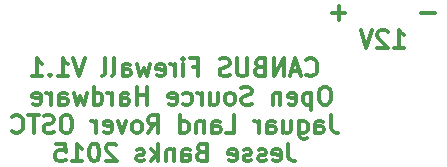
<source format=gbo>
G04 #@! TF.FileFunction,Legend,Bot*
%FSLAX46Y46*%
G04 Gerber Fmt 4.6, Leading zero omitted, Abs format (unit mm)*
G04 Created by KiCad (PCBNEW (2015-07-11 BZR 5925, Git c291b88)-product) date 8/13/2015 2:59:00 PM*
%MOMM*%
G01*
G04 APERTURE LIST*
%ADD10C,0.100000*%
%ADD11C,0.300000*%
G04 APERTURE END LIST*
D10*
D11*
X100607142Y-118907143D02*
X99464285Y-118907143D01*
X93035714Y-118907143D02*
X91892857Y-118907143D01*
X92464286Y-119478571D02*
X92464286Y-118335714D01*
X97178571Y-121878571D02*
X98035714Y-121878571D01*
X97607142Y-121878571D02*
X97607142Y-120378571D01*
X97749999Y-120592857D01*
X97892857Y-120735714D01*
X98035714Y-120807143D01*
X96607143Y-120521429D02*
X96535714Y-120450000D01*
X96392857Y-120378571D01*
X96035714Y-120378571D01*
X95892857Y-120450000D01*
X95821428Y-120521429D01*
X95750000Y-120664286D01*
X95750000Y-120807143D01*
X95821428Y-121021429D01*
X96678571Y-121878571D01*
X95750000Y-121878571D01*
X95321429Y-120378571D02*
X94821429Y-121878571D01*
X94321429Y-120378571D01*
X89742856Y-124135714D02*
X89814285Y-124207143D01*
X90028571Y-124278571D01*
X90171428Y-124278571D01*
X90385713Y-124207143D01*
X90528571Y-124064286D01*
X90599999Y-123921429D01*
X90671428Y-123635714D01*
X90671428Y-123421429D01*
X90599999Y-123135714D01*
X90528571Y-122992857D01*
X90385713Y-122850000D01*
X90171428Y-122778571D01*
X90028571Y-122778571D01*
X89814285Y-122850000D01*
X89742856Y-122921429D01*
X89171428Y-123850000D02*
X88457142Y-123850000D01*
X89314285Y-124278571D02*
X88814285Y-122778571D01*
X88314285Y-124278571D01*
X87814285Y-124278571D02*
X87814285Y-122778571D01*
X86957142Y-124278571D01*
X86957142Y-122778571D01*
X85742856Y-123492857D02*
X85528570Y-123564286D01*
X85457142Y-123635714D01*
X85385713Y-123778571D01*
X85385713Y-123992857D01*
X85457142Y-124135714D01*
X85528570Y-124207143D01*
X85671428Y-124278571D01*
X86242856Y-124278571D01*
X86242856Y-122778571D01*
X85742856Y-122778571D01*
X85599999Y-122850000D01*
X85528570Y-122921429D01*
X85457142Y-123064286D01*
X85457142Y-123207143D01*
X85528570Y-123350000D01*
X85599999Y-123421429D01*
X85742856Y-123492857D01*
X86242856Y-123492857D01*
X84742856Y-122778571D02*
X84742856Y-123992857D01*
X84671428Y-124135714D01*
X84599999Y-124207143D01*
X84457142Y-124278571D01*
X84171428Y-124278571D01*
X84028570Y-124207143D01*
X83957142Y-124135714D01*
X83885713Y-123992857D01*
X83885713Y-122778571D01*
X83242856Y-124207143D02*
X83028570Y-124278571D01*
X82671427Y-124278571D01*
X82528570Y-124207143D01*
X82457141Y-124135714D01*
X82385713Y-123992857D01*
X82385713Y-123850000D01*
X82457141Y-123707143D01*
X82528570Y-123635714D01*
X82671427Y-123564286D01*
X82957141Y-123492857D01*
X83099999Y-123421429D01*
X83171427Y-123350000D01*
X83242856Y-123207143D01*
X83242856Y-123064286D01*
X83171427Y-122921429D01*
X83099999Y-122850000D01*
X82957141Y-122778571D01*
X82599999Y-122778571D01*
X82385713Y-122850000D01*
X80099999Y-123492857D02*
X80599999Y-123492857D01*
X80599999Y-124278571D02*
X80599999Y-122778571D01*
X79885713Y-122778571D01*
X79314285Y-124278571D02*
X79314285Y-123278571D01*
X79314285Y-122778571D02*
X79385714Y-122850000D01*
X79314285Y-122921429D01*
X79242857Y-122850000D01*
X79314285Y-122778571D01*
X79314285Y-122921429D01*
X78599999Y-124278571D02*
X78599999Y-123278571D01*
X78599999Y-123564286D02*
X78528571Y-123421429D01*
X78457142Y-123350000D01*
X78314285Y-123278571D01*
X78171428Y-123278571D01*
X77100000Y-124207143D02*
X77242857Y-124278571D01*
X77528571Y-124278571D01*
X77671428Y-124207143D01*
X77742857Y-124064286D01*
X77742857Y-123492857D01*
X77671428Y-123350000D01*
X77528571Y-123278571D01*
X77242857Y-123278571D01*
X77100000Y-123350000D01*
X77028571Y-123492857D01*
X77028571Y-123635714D01*
X77742857Y-123778571D01*
X76528571Y-123278571D02*
X76242857Y-124278571D01*
X75957143Y-123564286D01*
X75671428Y-124278571D01*
X75385714Y-123278571D01*
X74171428Y-124278571D02*
X74171428Y-123492857D01*
X74242857Y-123350000D01*
X74385714Y-123278571D01*
X74671428Y-123278571D01*
X74814285Y-123350000D01*
X74171428Y-124207143D02*
X74314285Y-124278571D01*
X74671428Y-124278571D01*
X74814285Y-124207143D01*
X74885714Y-124064286D01*
X74885714Y-123921429D01*
X74814285Y-123778571D01*
X74671428Y-123707143D01*
X74314285Y-123707143D01*
X74171428Y-123635714D01*
X73242856Y-124278571D02*
X73385714Y-124207143D01*
X73457142Y-124064286D01*
X73457142Y-122778571D01*
X72457142Y-124278571D02*
X72600000Y-124207143D01*
X72671428Y-124064286D01*
X72671428Y-122778571D01*
X70957143Y-122778571D02*
X70457143Y-124278571D01*
X69957143Y-122778571D01*
X68671429Y-124278571D02*
X69528572Y-124278571D01*
X69100000Y-124278571D02*
X69100000Y-122778571D01*
X69242857Y-122992857D01*
X69385715Y-123135714D01*
X69528572Y-123207143D01*
X68028572Y-124135714D02*
X67957144Y-124207143D01*
X68028572Y-124278571D01*
X68100001Y-124207143D01*
X68028572Y-124135714D01*
X68028572Y-124278571D01*
X66528572Y-124278571D02*
X67385715Y-124278571D01*
X66957143Y-124278571D02*
X66957143Y-122778571D01*
X67100000Y-122992857D01*
X67242858Y-123135714D01*
X67385715Y-123207143D01*
X91457142Y-125178571D02*
X91171428Y-125178571D01*
X91028570Y-125250000D01*
X90885713Y-125392857D01*
X90814285Y-125678571D01*
X90814285Y-126178571D01*
X90885713Y-126464286D01*
X91028570Y-126607143D01*
X91171428Y-126678571D01*
X91457142Y-126678571D01*
X91599999Y-126607143D01*
X91742856Y-126464286D01*
X91814285Y-126178571D01*
X91814285Y-125678571D01*
X91742856Y-125392857D01*
X91599999Y-125250000D01*
X91457142Y-125178571D01*
X90171427Y-125678571D02*
X90171427Y-127178571D01*
X90171427Y-125750000D02*
X90028570Y-125678571D01*
X89742856Y-125678571D01*
X89599999Y-125750000D01*
X89528570Y-125821429D01*
X89457141Y-125964286D01*
X89457141Y-126392857D01*
X89528570Y-126535714D01*
X89599999Y-126607143D01*
X89742856Y-126678571D01*
X90028570Y-126678571D01*
X90171427Y-126607143D01*
X88242856Y-126607143D02*
X88385713Y-126678571D01*
X88671427Y-126678571D01*
X88814284Y-126607143D01*
X88885713Y-126464286D01*
X88885713Y-125892857D01*
X88814284Y-125750000D01*
X88671427Y-125678571D01*
X88385713Y-125678571D01*
X88242856Y-125750000D01*
X88171427Y-125892857D01*
X88171427Y-126035714D01*
X88885713Y-126178571D01*
X87528570Y-125678571D02*
X87528570Y-126678571D01*
X87528570Y-125821429D02*
X87457142Y-125750000D01*
X87314284Y-125678571D01*
X87099999Y-125678571D01*
X86957142Y-125750000D01*
X86885713Y-125892857D01*
X86885713Y-126678571D01*
X85099999Y-126607143D02*
X84885713Y-126678571D01*
X84528570Y-126678571D01*
X84385713Y-126607143D01*
X84314284Y-126535714D01*
X84242856Y-126392857D01*
X84242856Y-126250000D01*
X84314284Y-126107143D01*
X84385713Y-126035714D01*
X84528570Y-125964286D01*
X84814284Y-125892857D01*
X84957142Y-125821429D01*
X85028570Y-125750000D01*
X85099999Y-125607143D01*
X85099999Y-125464286D01*
X85028570Y-125321429D01*
X84957142Y-125250000D01*
X84814284Y-125178571D01*
X84457142Y-125178571D01*
X84242856Y-125250000D01*
X83385713Y-126678571D02*
X83528571Y-126607143D01*
X83599999Y-126535714D01*
X83671428Y-126392857D01*
X83671428Y-125964286D01*
X83599999Y-125821429D01*
X83528571Y-125750000D01*
X83385713Y-125678571D01*
X83171428Y-125678571D01*
X83028571Y-125750000D01*
X82957142Y-125821429D01*
X82885713Y-125964286D01*
X82885713Y-126392857D01*
X82957142Y-126535714D01*
X83028571Y-126607143D01*
X83171428Y-126678571D01*
X83385713Y-126678571D01*
X81599999Y-125678571D02*
X81599999Y-126678571D01*
X82242856Y-125678571D02*
X82242856Y-126464286D01*
X82171428Y-126607143D01*
X82028570Y-126678571D01*
X81814285Y-126678571D01*
X81671428Y-126607143D01*
X81599999Y-126535714D01*
X80885713Y-126678571D02*
X80885713Y-125678571D01*
X80885713Y-125964286D02*
X80814285Y-125821429D01*
X80742856Y-125750000D01*
X80599999Y-125678571D01*
X80457142Y-125678571D01*
X79314285Y-126607143D02*
X79457142Y-126678571D01*
X79742856Y-126678571D01*
X79885714Y-126607143D01*
X79957142Y-126535714D01*
X80028571Y-126392857D01*
X80028571Y-125964286D01*
X79957142Y-125821429D01*
X79885714Y-125750000D01*
X79742856Y-125678571D01*
X79457142Y-125678571D01*
X79314285Y-125750000D01*
X78100000Y-126607143D02*
X78242857Y-126678571D01*
X78528571Y-126678571D01*
X78671428Y-126607143D01*
X78742857Y-126464286D01*
X78742857Y-125892857D01*
X78671428Y-125750000D01*
X78528571Y-125678571D01*
X78242857Y-125678571D01*
X78100000Y-125750000D01*
X78028571Y-125892857D01*
X78028571Y-126035714D01*
X78742857Y-126178571D01*
X76242857Y-126678571D02*
X76242857Y-125178571D01*
X76242857Y-125892857D02*
X75385714Y-125892857D01*
X75385714Y-126678571D02*
X75385714Y-125178571D01*
X74028571Y-126678571D02*
X74028571Y-125892857D01*
X74100000Y-125750000D01*
X74242857Y-125678571D01*
X74528571Y-125678571D01*
X74671428Y-125750000D01*
X74028571Y-126607143D02*
X74171428Y-126678571D01*
X74528571Y-126678571D01*
X74671428Y-126607143D01*
X74742857Y-126464286D01*
X74742857Y-126321429D01*
X74671428Y-126178571D01*
X74528571Y-126107143D01*
X74171428Y-126107143D01*
X74028571Y-126035714D01*
X73314285Y-126678571D02*
X73314285Y-125678571D01*
X73314285Y-125964286D02*
X73242857Y-125821429D01*
X73171428Y-125750000D01*
X73028571Y-125678571D01*
X72885714Y-125678571D01*
X71742857Y-126678571D02*
X71742857Y-125178571D01*
X71742857Y-126607143D02*
X71885714Y-126678571D01*
X72171428Y-126678571D01*
X72314286Y-126607143D01*
X72385714Y-126535714D01*
X72457143Y-126392857D01*
X72457143Y-125964286D01*
X72385714Y-125821429D01*
X72314286Y-125750000D01*
X72171428Y-125678571D01*
X71885714Y-125678571D01*
X71742857Y-125750000D01*
X71171428Y-125678571D02*
X70885714Y-126678571D01*
X70600000Y-125964286D01*
X70314285Y-126678571D01*
X70028571Y-125678571D01*
X68814285Y-126678571D02*
X68814285Y-125892857D01*
X68885714Y-125750000D01*
X69028571Y-125678571D01*
X69314285Y-125678571D01*
X69457142Y-125750000D01*
X68814285Y-126607143D02*
X68957142Y-126678571D01*
X69314285Y-126678571D01*
X69457142Y-126607143D01*
X69528571Y-126464286D01*
X69528571Y-126321429D01*
X69457142Y-126178571D01*
X69314285Y-126107143D01*
X68957142Y-126107143D01*
X68814285Y-126035714D01*
X68099999Y-126678571D02*
X68099999Y-125678571D01*
X68099999Y-125964286D02*
X68028571Y-125821429D01*
X67957142Y-125750000D01*
X67814285Y-125678571D01*
X67671428Y-125678571D01*
X66600000Y-126607143D02*
X66742857Y-126678571D01*
X67028571Y-126678571D01*
X67171428Y-126607143D01*
X67242857Y-126464286D01*
X67242857Y-125892857D01*
X67171428Y-125750000D01*
X67028571Y-125678571D01*
X66742857Y-125678571D01*
X66600000Y-125750000D01*
X66528571Y-125892857D01*
X66528571Y-126035714D01*
X67242857Y-126178571D01*
X91850000Y-127578571D02*
X91850000Y-128650000D01*
X91921428Y-128864286D01*
X92064285Y-129007143D01*
X92278571Y-129078571D01*
X92421428Y-129078571D01*
X90492857Y-129078571D02*
X90492857Y-128292857D01*
X90564286Y-128150000D01*
X90707143Y-128078571D01*
X90992857Y-128078571D01*
X91135714Y-128150000D01*
X90492857Y-129007143D02*
X90635714Y-129078571D01*
X90992857Y-129078571D01*
X91135714Y-129007143D01*
X91207143Y-128864286D01*
X91207143Y-128721429D01*
X91135714Y-128578571D01*
X90992857Y-128507143D01*
X90635714Y-128507143D01*
X90492857Y-128435714D01*
X89135714Y-128078571D02*
X89135714Y-129292857D01*
X89207143Y-129435714D01*
X89278571Y-129507143D01*
X89421428Y-129578571D01*
X89635714Y-129578571D01*
X89778571Y-129507143D01*
X89135714Y-129007143D02*
X89278571Y-129078571D01*
X89564285Y-129078571D01*
X89707143Y-129007143D01*
X89778571Y-128935714D01*
X89850000Y-128792857D01*
X89850000Y-128364286D01*
X89778571Y-128221429D01*
X89707143Y-128150000D01*
X89564285Y-128078571D01*
X89278571Y-128078571D01*
X89135714Y-128150000D01*
X87778571Y-128078571D02*
X87778571Y-129078571D01*
X88421428Y-128078571D02*
X88421428Y-128864286D01*
X88350000Y-129007143D01*
X88207142Y-129078571D01*
X87992857Y-129078571D01*
X87850000Y-129007143D01*
X87778571Y-128935714D01*
X86421428Y-129078571D02*
X86421428Y-128292857D01*
X86492857Y-128150000D01*
X86635714Y-128078571D01*
X86921428Y-128078571D01*
X87064285Y-128150000D01*
X86421428Y-129007143D02*
X86564285Y-129078571D01*
X86921428Y-129078571D01*
X87064285Y-129007143D01*
X87135714Y-128864286D01*
X87135714Y-128721429D01*
X87064285Y-128578571D01*
X86921428Y-128507143D01*
X86564285Y-128507143D01*
X86421428Y-128435714D01*
X85707142Y-129078571D02*
X85707142Y-128078571D01*
X85707142Y-128364286D02*
X85635714Y-128221429D01*
X85564285Y-128150000D01*
X85421428Y-128078571D01*
X85278571Y-128078571D01*
X82921428Y-129078571D02*
X83635714Y-129078571D01*
X83635714Y-127578571D01*
X81778571Y-129078571D02*
X81778571Y-128292857D01*
X81850000Y-128150000D01*
X81992857Y-128078571D01*
X82278571Y-128078571D01*
X82421428Y-128150000D01*
X81778571Y-129007143D02*
X81921428Y-129078571D01*
X82278571Y-129078571D01*
X82421428Y-129007143D01*
X82492857Y-128864286D01*
X82492857Y-128721429D01*
X82421428Y-128578571D01*
X82278571Y-128507143D01*
X81921428Y-128507143D01*
X81778571Y-128435714D01*
X81064285Y-128078571D02*
X81064285Y-129078571D01*
X81064285Y-128221429D02*
X80992857Y-128150000D01*
X80849999Y-128078571D01*
X80635714Y-128078571D01*
X80492857Y-128150000D01*
X80421428Y-128292857D01*
X80421428Y-129078571D01*
X79064285Y-129078571D02*
X79064285Y-127578571D01*
X79064285Y-129007143D02*
X79207142Y-129078571D01*
X79492856Y-129078571D01*
X79635714Y-129007143D01*
X79707142Y-128935714D01*
X79778571Y-128792857D01*
X79778571Y-128364286D01*
X79707142Y-128221429D01*
X79635714Y-128150000D01*
X79492856Y-128078571D01*
X79207142Y-128078571D01*
X79064285Y-128150000D01*
X76349999Y-129078571D02*
X76849999Y-128364286D01*
X77207142Y-129078571D02*
X77207142Y-127578571D01*
X76635714Y-127578571D01*
X76492856Y-127650000D01*
X76421428Y-127721429D01*
X76349999Y-127864286D01*
X76349999Y-128078571D01*
X76421428Y-128221429D01*
X76492856Y-128292857D01*
X76635714Y-128364286D01*
X77207142Y-128364286D01*
X75492856Y-129078571D02*
X75635714Y-129007143D01*
X75707142Y-128935714D01*
X75778571Y-128792857D01*
X75778571Y-128364286D01*
X75707142Y-128221429D01*
X75635714Y-128150000D01*
X75492856Y-128078571D01*
X75278571Y-128078571D01*
X75135714Y-128150000D01*
X75064285Y-128221429D01*
X74992856Y-128364286D01*
X74992856Y-128792857D01*
X75064285Y-128935714D01*
X75135714Y-129007143D01*
X75278571Y-129078571D01*
X75492856Y-129078571D01*
X74492856Y-128078571D02*
X74135713Y-129078571D01*
X73778571Y-128078571D01*
X72635714Y-129007143D02*
X72778571Y-129078571D01*
X73064285Y-129078571D01*
X73207142Y-129007143D01*
X73278571Y-128864286D01*
X73278571Y-128292857D01*
X73207142Y-128150000D01*
X73064285Y-128078571D01*
X72778571Y-128078571D01*
X72635714Y-128150000D01*
X72564285Y-128292857D01*
X72564285Y-128435714D01*
X73278571Y-128578571D01*
X71921428Y-129078571D02*
X71921428Y-128078571D01*
X71921428Y-128364286D02*
X71850000Y-128221429D01*
X71778571Y-128150000D01*
X71635714Y-128078571D01*
X71492857Y-128078571D01*
X69564286Y-127578571D02*
X69278572Y-127578571D01*
X69135714Y-127650000D01*
X68992857Y-127792857D01*
X68921429Y-128078571D01*
X68921429Y-128578571D01*
X68992857Y-128864286D01*
X69135714Y-129007143D01*
X69278572Y-129078571D01*
X69564286Y-129078571D01*
X69707143Y-129007143D01*
X69850000Y-128864286D01*
X69921429Y-128578571D01*
X69921429Y-128078571D01*
X69850000Y-127792857D01*
X69707143Y-127650000D01*
X69564286Y-127578571D01*
X68350000Y-129007143D02*
X68135714Y-129078571D01*
X67778571Y-129078571D01*
X67635714Y-129007143D01*
X67564285Y-128935714D01*
X67492857Y-128792857D01*
X67492857Y-128650000D01*
X67564285Y-128507143D01*
X67635714Y-128435714D01*
X67778571Y-128364286D01*
X68064285Y-128292857D01*
X68207143Y-128221429D01*
X68278571Y-128150000D01*
X68350000Y-128007143D01*
X68350000Y-127864286D01*
X68278571Y-127721429D01*
X68207143Y-127650000D01*
X68064285Y-127578571D01*
X67707143Y-127578571D01*
X67492857Y-127650000D01*
X67064286Y-127578571D02*
X66207143Y-127578571D01*
X66635714Y-129078571D02*
X66635714Y-127578571D01*
X64850000Y-128935714D02*
X64921429Y-129007143D01*
X65135715Y-129078571D01*
X65278572Y-129078571D01*
X65492857Y-129007143D01*
X65635715Y-128864286D01*
X65707143Y-128721429D01*
X65778572Y-128435714D01*
X65778572Y-128221429D01*
X65707143Y-127935714D01*
X65635715Y-127792857D01*
X65492857Y-127650000D01*
X65278572Y-127578571D01*
X65135715Y-127578571D01*
X64921429Y-127650000D01*
X64850000Y-127721429D01*
X88207142Y-129978571D02*
X88207142Y-131050000D01*
X88278570Y-131264286D01*
X88421427Y-131407143D01*
X88635713Y-131478571D01*
X88778570Y-131478571D01*
X86921428Y-131407143D02*
X87064285Y-131478571D01*
X87349999Y-131478571D01*
X87492856Y-131407143D01*
X87564285Y-131264286D01*
X87564285Y-130692857D01*
X87492856Y-130550000D01*
X87349999Y-130478571D01*
X87064285Y-130478571D01*
X86921428Y-130550000D01*
X86849999Y-130692857D01*
X86849999Y-130835714D01*
X87564285Y-130978571D01*
X86278571Y-131407143D02*
X86135714Y-131478571D01*
X85849999Y-131478571D01*
X85707142Y-131407143D01*
X85635714Y-131264286D01*
X85635714Y-131192857D01*
X85707142Y-131050000D01*
X85849999Y-130978571D01*
X86064285Y-130978571D01*
X86207142Y-130907143D01*
X86278571Y-130764286D01*
X86278571Y-130692857D01*
X86207142Y-130550000D01*
X86064285Y-130478571D01*
X85849999Y-130478571D01*
X85707142Y-130550000D01*
X85064285Y-131407143D02*
X84921428Y-131478571D01*
X84635713Y-131478571D01*
X84492856Y-131407143D01*
X84421428Y-131264286D01*
X84421428Y-131192857D01*
X84492856Y-131050000D01*
X84635713Y-130978571D01*
X84849999Y-130978571D01*
X84992856Y-130907143D01*
X85064285Y-130764286D01*
X85064285Y-130692857D01*
X84992856Y-130550000D01*
X84849999Y-130478571D01*
X84635713Y-130478571D01*
X84492856Y-130550000D01*
X83207142Y-131407143D02*
X83349999Y-131478571D01*
X83635713Y-131478571D01*
X83778570Y-131407143D01*
X83849999Y-131264286D01*
X83849999Y-130692857D01*
X83778570Y-130550000D01*
X83635713Y-130478571D01*
X83349999Y-130478571D01*
X83207142Y-130550000D01*
X83135713Y-130692857D01*
X83135713Y-130835714D01*
X83849999Y-130978571D01*
X80849999Y-130692857D02*
X80635713Y-130764286D01*
X80564285Y-130835714D01*
X80492856Y-130978571D01*
X80492856Y-131192857D01*
X80564285Y-131335714D01*
X80635713Y-131407143D01*
X80778571Y-131478571D01*
X81349999Y-131478571D01*
X81349999Y-129978571D01*
X80849999Y-129978571D01*
X80707142Y-130050000D01*
X80635713Y-130121429D01*
X80564285Y-130264286D01*
X80564285Y-130407143D01*
X80635713Y-130550000D01*
X80707142Y-130621429D01*
X80849999Y-130692857D01*
X81349999Y-130692857D01*
X79207142Y-131478571D02*
X79207142Y-130692857D01*
X79278571Y-130550000D01*
X79421428Y-130478571D01*
X79707142Y-130478571D01*
X79849999Y-130550000D01*
X79207142Y-131407143D02*
X79349999Y-131478571D01*
X79707142Y-131478571D01*
X79849999Y-131407143D01*
X79921428Y-131264286D01*
X79921428Y-131121429D01*
X79849999Y-130978571D01*
X79707142Y-130907143D01*
X79349999Y-130907143D01*
X79207142Y-130835714D01*
X78492856Y-130478571D02*
X78492856Y-131478571D01*
X78492856Y-130621429D02*
X78421428Y-130550000D01*
X78278570Y-130478571D01*
X78064285Y-130478571D01*
X77921428Y-130550000D01*
X77849999Y-130692857D01*
X77849999Y-131478571D01*
X77135713Y-131478571D02*
X77135713Y-129978571D01*
X76992856Y-130907143D02*
X76564285Y-131478571D01*
X76564285Y-130478571D02*
X77135713Y-131050000D01*
X75992856Y-131407143D02*
X75849999Y-131478571D01*
X75564284Y-131478571D01*
X75421427Y-131407143D01*
X75349999Y-131264286D01*
X75349999Y-131192857D01*
X75421427Y-131050000D01*
X75564284Y-130978571D01*
X75778570Y-130978571D01*
X75921427Y-130907143D01*
X75992856Y-130764286D01*
X75992856Y-130692857D01*
X75921427Y-130550000D01*
X75778570Y-130478571D01*
X75564284Y-130478571D01*
X75421427Y-130550000D01*
X73635713Y-130121429D02*
X73564284Y-130050000D01*
X73421427Y-129978571D01*
X73064284Y-129978571D01*
X72921427Y-130050000D01*
X72849998Y-130121429D01*
X72778570Y-130264286D01*
X72778570Y-130407143D01*
X72849998Y-130621429D01*
X73707141Y-131478571D01*
X72778570Y-131478571D01*
X71849999Y-129978571D02*
X71707142Y-129978571D01*
X71564285Y-130050000D01*
X71492856Y-130121429D01*
X71421427Y-130264286D01*
X71349999Y-130550000D01*
X71349999Y-130907143D01*
X71421427Y-131192857D01*
X71492856Y-131335714D01*
X71564285Y-131407143D01*
X71707142Y-131478571D01*
X71849999Y-131478571D01*
X71992856Y-131407143D01*
X72064285Y-131335714D01*
X72135713Y-131192857D01*
X72207142Y-130907143D01*
X72207142Y-130550000D01*
X72135713Y-130264286D01*
X72064285Y-130121429D01*
X71992856Y-130050000D01*
X71849999Y-129978571D01*
X69921428Y-131478571D02*
X70778571Y-131478571D01*
X70349999Y-131478571D02*
X70349999Y-129978571D01*
X70492856Y-130192857D01*
X70635714Y-130335714D01*
X70778571Y-130407143D01*
X68564285Y-129978571D02*
X69278571Y-129978571D01*
X69350000Y-130692857D01*
X69278571Y-130621429D01*
X69135714Y-130550000D01*
X68778571Y-130550000D01*
X68635714Y-130621429D01*
X68564285Y-130692857D01*
X68492857Y-130835714D01*
X68492857Y-131192857D01*
X68564285Y-131335714D01*
X68635714Y-131407143D01*
X68778571Y-131478571D01*
X69135714Y-131478571D01*
X69278571Y-131407143D01*
X69350000Y-131335714D01*
M02*

</source>
